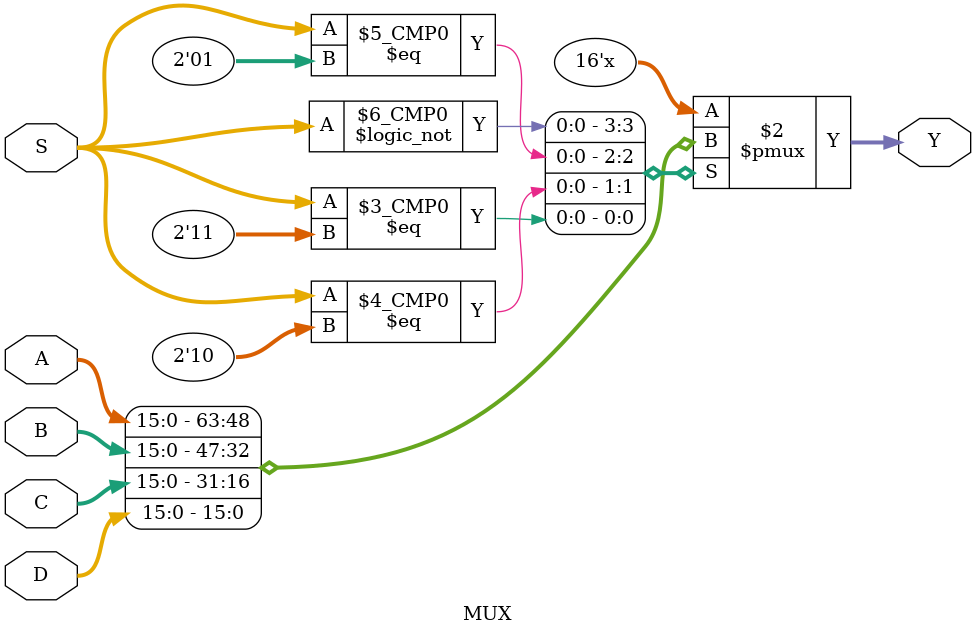
<source format=v>
module MUX#(
parameter ISA_WIDTH=16,
parameter REG_ADDR_WIDTH = 4,
parameter REG_DATA_WIDTH = 16,
parameter OPCODE_WIDTH = 3,
parameter IMM_WIDTH0 = 5,
parameter IMM_WIDTH1 = 9,
parameter MEM_ADDR_WIDTH=5,
parameter MEM_DATA_WIDTH=16,
parameter MEM_NUMBER=32
)(
	input 		[1:0] 								S,
	input 		[REG_DATA_WIDTH-1:0]	A,
	input 		[REG_DATA_WIDTH-1:0]	B,
	input 		[REG_DATA_WIDTH-1:0]	C,
	input 		[REG_DATA_WIDTH-1:0]	D,
	output reg[REG_DATA_WIDTH-1:0]	Y
);

always@(*) begin
	case(S)
		2'b00		:Y = A;
		2'b01		:Y = B;
		2'b10		:Y = C;
		2'b11		:Y = D;
		default	:Y = A;
	endcase
end

endmodule
</source>
